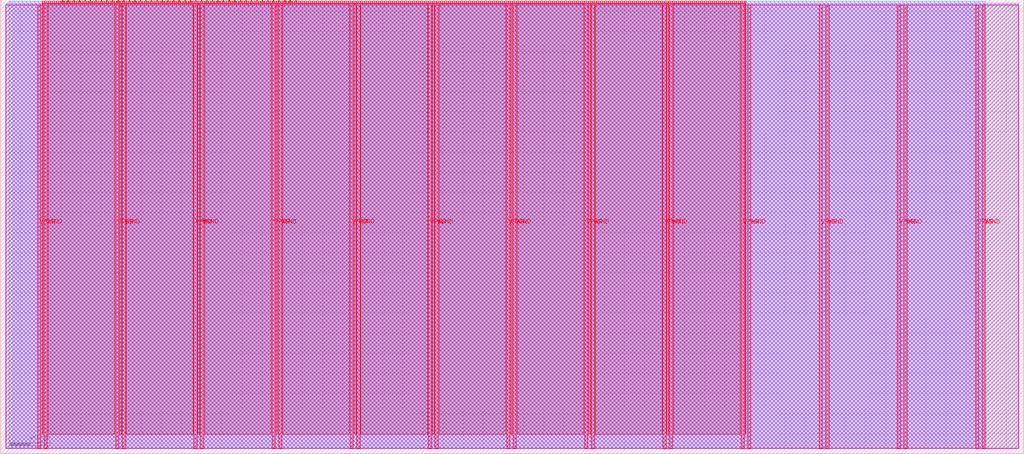
<source format=lef>
VERSION 5.7 ;
  NOWIREEXTENSIONATPIN ON ;
  DIVIDERCHAR "/" ;
  BUSBITCHARS "[]" ;
MACRO tt_um_MichaelBell_tinyQV
  CLASS BLOCK ;
  FOREIGN tt_um_MichaelBell_tinyQV ;
  ORIGIN 0.000 0.000 ;
  SIZE 508.760 BY 225.760 ;
  PIN VGND
    DIRECTION INOUT ;
    USE GROUND ;
    PORT
      LAYER met4 ;
        RECT 21.580 2.480 23.180 223.280 ;
    END
    PORT
      LAYER met4 ;
        RECT 60.450 2.480 62.050 223.280 ;
    END
    PORT
      LAYER met4 ;
        RECT 99.320 2.480 100.920 223.280 ;
    END
    PORT
      LAYER met4 ;
        RECT 138.190 2.480 139.790 223.280 ;
    END
    PORT
      LAYER met4 ;
        RECT 177.060 2.480 178.660 223.280 ;
    END
    PORT
      LAYER met4 ;
        RECT 215.930 2.480 217.530 223.280 ;
    END
    PORT
      LAYER met4 ;
        RECT 254.800 2.480 256.400 223.280 ;
    END
    PORT
      LAYER met4 ;
        RECT 293.670 2.480 295.270 223.280 ;
    END
    PORT
      LAYER met4 ;
        RECT 332.540 2.480 334.140 223.280 ;
    END
    PORT
      LAYER met4 ;
        RECT 371.410 2.480 373.010 223.280 ;
    END
    PORT
      LAYER met4 ;
        RECT 410.280 2.480 411.880 223.280 ;
    END
    PORT
      LAYER met4 ;
        RECT 449.150 2.480 450.750 223.280 ;
    END
    PORT
      LAYER met4 ;
        RECT 488.020 2.480 489.620 223.280 ;
    END
  END VGND
  PIN VPWR
    DIRECTION INOUT ;
    USE POWER ;
    PORT
      LAYER met4 ;
        RECT 18.280 2.480 19.880 223.280 ;
    END
    PORT
      LAYER met4 ;
        RECT 57.150 2.480 58.750 223.280 ;
    END
    PORT
      LAYER met4 ;
        RECT 96.020 2.480 97.620 223.280 ;
    END
    PORT
      LAYER met4 ;
        RECT 134.890 2.480 136.490 223.280 ;
    END
    PORT
      LAYER met4 ;
        RECT 173.760 2.480 175.360 223.280 ;
    END
    PORT
      LAYER met4 ;
        RECT 212.630 2.480 214.230 223.280 ;
    END
    PORT
      LAYER met4 ;
        RECT 251.500 2.480 253.100 223.280 ;
    END
    PORT
      LAYER met4 ;
        RECT 290.370 2.480 291.970 223.280 ;
    END
    PORT
      LAYER met4 ;
        RECT 329.240 2.480 330.840 223.280 ;
    END
    PORT
      LAYER met4 ;
        RECT 368.110 2.480 369.710 223.280 ;
    END
    PORT
      LAYER met4 ;
        RECT 406.980 2.480 408.580 223.280 ;
    END
    PORT
      LAYER met4 ;
        RECT 445.850 2.480 447.450 223.280 ;
    END
    PORT
      LAYER met4 ;
        RECT 484.720 2.480 486.320 223.280 ;
    END
  END VPWR
  PIN clk
    DIRECTION INPUT ;
    USE SIGNAL ;
    ANTENNAGATEAREA 1.286700 ;
    ANTENNADIFFAREA 0.434700 ;
    PORT
      LAYER met4 ;
        RECT 143.830 224.760 144.130 225.760 ;
    END
  END clk
  PIN ena
    DIRECTION INPUT ;
    USE SIGNAL ;
    PORT
      LAYER met4 ;
        RECT 146.590 224.760 146.890 225.760 ;
    END
  END ena
  PIN rst_n
    DIRECTION INPUT ;
    USE SIGNAL ;
    ANTENNAGATEAREA 0.647700 ;
    ANTENNADIFFAREA 0.434700 ;
    PORT
      LAYER met4 ;
        RECT 141.070 224.760 141.370 225.760 ;
    END
  END rst_n
  PIN ui_in[0]
    DIRECTION INPUT ;
    USE SIGNAL ;
    ANTENNAGATEAREA 0.631200 ;
    ANTENNADIFFAREA 0.434700 ;
    PORT
      LAYER met4 ;
        RECT 138.310 224.760 138.610 225.760 ;
    END
  END ui_in[0]
  PIN ui_in[1]
    DIRECTION INPUT ;
    USE SIGNAL ;
    ANTENNAGATEAREA 0.631200 ;
    ANTENNADIFFAREA 0.434700 ;
    PORT
      LAYER met4 ;
        RECT 135.550 224.760 135.850 225.760 ;
    END
  END ui_in[1]
  PIN ui_in[2]
    DIRECTION INPUT ;
    USE SIGNAL ;
    ANTENNAGATEAREA 0.631200 ;
    ANTENNADIFFAREA 0.434700 ;
    PORT
      LAYER met4 ;
        RECT 132.790 224.760 133.090 225.760 ;
    END
  END ui_in[2]
  PIN ui_in[3]
    DIRECTION INPUT ;
    USE SIGNAL ;
    ANTENNAGATEAREA 0.593700 ;
    ANTENNADIFFAREA 0.434700 ;
    PORT
      LAYER met4 ;
        RECT 130.030 224.760 130.330 225.760 ;
    END
  END ui_in[3]
  PIN ui_in[4]
    DIRECTION INPUT ;
    USE SIGNAL ;
    ANTENNAGATEAREA 0.647700 ;
    ANTENNADIFFAREA 0.434700 ;
    PORT
      LAYER met4 ;
        RECT 127.270 224.760 127.570 225.760 ;
    END
  END ui_in[4]
  PIN ui_in[5]
    DIRECTION INPUT ;
    USE SIGNAL ;
    ANTENNAGATEAREA 0.593700 ;
    ANTENNADIFFAREA 0.434700 ;
    PORT
      LAYER met4 ;
        RECT 124.510 224.760 124.810 225.760 ;
    END
  END ui_in[5]
  PIN ui_in[6]
    DIRECTION INPUT ;
    USE SIGNAL ;
    ANTENNAGATEAREA 0.647700 ;
    ANTENNADIFFAREA 0.434700 ;
    PORT
      LAYER met4 ;
        RECT 121.750 224.760 122.050 225.760 ;
    END
  END ui_in[6]
  PIN ui_in[7]
    DIRECTION INPUT ;
    USE SIGNAL ;
    ANTENNAGATEAREA 0.631200 ;
    ANTENNADIFFAREA 0.434700 ;
    PORT
      LAYER met4 ;
        RECT 118.990 224.760 119.290 225.760 ;
    END
  END ui_in[7]
  PIN uio_in[0]
    DIRECTION INPUT ;
    USE SIGNAL ;
    PORT
      LAYER met4 ;
        RECT 116.230 224.760 116.530 225.760 ;
    END
  END uio_in[0]
  PIN uio_in[1]
    DIRECTION INPUT ;
    USE SIGNAL ;
    ANTENNAGATEAREA 0.647700 ;
    ANTENNADIFFAREA 0.434700 ;
    PORT
      LAYER met4 ;
        RECT 113.470 224.760 113.770 225.760 ;
    END
  END uio_in[1]
  PIN uio_in[2]
    DIRECTION INPUT ;
    USE SIGNAL ;
    ANTENNAGATEAREA 0.647700 ;
    ANTENNADIFFAREA 0.434700 ;
    PORT
      LAYER met4 ;
        RECT 110.710 224.760 111.010 225.760 ;
    END
  END uio_in[2]
  PIN uio_in[3]
    DIRECTION INPUT ;
    USE SIGNAL ;
    PORT
      LAYER met4 ;
        RECT 107.950 224.760 108.250 225.760 ;
    END
  END uio_in[3]
  PIN uio_in[4]
    DIRECTION INPUT ;
    USE SIGNAL ;
    ANTENNAGATEAREA 0.560700 ;
    ANTENNADIFFAREA 0.434700 ;
    PORT
      LAYER met4 ;
        RECT 105.190 224.760 105.490 225.760 ;
    END
  END uio_in[4]
  PIN uio_in[5]
    DIRECTION INPUT ;
    USE SIGNAL ;
    ANTENNAGATEAREA 0.560700 ;
    ANTENNADIFFAREA 0.434700 ;
    PORT
      LAYER met4 ;
        RECT 102.430 224.760 102.730 225.760 ;
    END
  END uio_in[5]
  PIN uio_in[6]
    DIRECTION INPUT ;
    USE SIGNAL ;
    PORT
      LAYER met4 ;
        RECT 99.670 224.760 99.970 225.760 ;
    END
  END uio_in[6]
  PIN uio_in[7]
    DIRECTION INPUT ;
    USE SIGNAL ;
    PORT
      LAYER met4 ;
        RECT 96.910 224.760 97.210 225.760 ;
    END
  END uio_in[7]
  PIN uio_oe[0]
    DIRECTION OUTPUT ;
    USE SIGNAL ;
    ANTENNADIFFAREA 0.445500 ;
    PORT
      LAYER met4 ;
        RECT 49.990 224.760 50.290 225.760 ;
    END
  END uio_oe[0]
  PIN uio_oe[1]
    DIRECTION OUTPUT ;
    USE SIGNAL ;
    ANTENNADIFFAREA 0.445500 ;
    PORT
      LAYER met4 ;
        RECT 47.230 224.760 47.530 225.760 ;
    END
  END uio_oe[1]
  PIN uio_oe[2]
    DIRECTION OUTPUT ;
    USE SIGNAL ;
    ANTENNADIFFAREA 0.445500 ;
    PORT
      LAYER met4 ;
        RECT 44.470 224.760 44.770 225.760 ;
    END
  END uio_oe[2]
  PIN uio_oe[3]
    DIRECTION OUTPUT ;
    USE SIGNAL ;
    ANTENNADIFFAREA 0.445500 ;
    PORT
      LAYER met4 ;
        RECT 41.710 224.760 42.010 225.760 ;
    END
  END uio_oe[3]
  PIN uio_oe[4]
    DIRECTION OUTPUT ;
    USE SIGNAL ;
    ANTENNADIFFAREA 0.445500 ;
    PORT
      LAYER met4 ;
        RECT 38.950 224.760 39.250 225.760 ;
    END
  END uio_oe[4]
  PIN uio_oe[5]
    DIRECTION OUTPUT ;
    USE SIGNAL ;
    ANTENNAGATEAREA 0.477000 ;
    ANTENNADIFFAREA 0.924000 ;
    PORT
      LAYER met4 ;
        RECT 36.190 224.760 36.490 225.760 ;
    END
  END uio_oe[5]
  PIN uio_oe[6]
    DIRECTION OUTPUT ;
    USE SIGNAL ;
    ANTENNADIFFAREA 0.445500 ;
    PORT
      LAYER met4 ;
        RECT 33.430 224.760 33.730 225.760 ;
    END
  END uio_oe[6]
  PIN uio_oe[7]
    DIRECTION OUTPUT ;
    USE SIGNAL ;
    ANTENNADIFFAREA 0.445500 ;
    PORT
      LAYER met4 ;
        RECT 30.670 224.760 30.970 225.760 ;
    END
  END uio_oe[7]
  PIN uio_out[0]
    DIRECTION OUTPUT ;
    USE SIGNAL ;
    ANTENNAGATEAREA 0.621000 ;
    ANTENNADIFFAREA 0.891000 ;
    PORT
      LAYER met4 ;
        RECT 72.070 224.760 72.370 225.760 ;
    END
  END uio_out[0]
  PIN uio_out[1]
    DIRECTION OUTPUT ;
    USE SIGNAL ;
    ANTENNADIFFAREA 0.891000 ;
    PORT
      LAYER met4 ;
        RECT 69.310 224.760 69.610 225.760 ;
    END
  END uio_out[1]
  PIN uio_out[2]
    DIRECTION OUTPUT ;
    USE SIGNAL ;
    ANTENNADIFFAREA 0.933750 ;
    PORT
      LAYER met4 ;
        RECT 66.550 224.760 66.850 225.760 ;
    END
  END uio_out[2]
  PIN uio_out[3]
    DIRECTION OUTPUT ;
    USE SIGNAL ;
    ANTENNAGATEAREA 1.737000 ;
    ANTENNADIFFAREA 0.891000 ;
    PORT
      LAYER met4 ;
        RECT 63.790 224.760 64.090 225.760 ;
    END
  END uio_out[3]
  PIN uio_out[4]
    DIRECTION OUTPUT ;
    USE SIGNAL ;
    ANTENNADIFFAREA 0.891000 ;
    PORT
      LAYER met4 ;
        RECT 61.030 224.760 61.330 225.760 ;
    END
  END uio_out[4]
  PIN uio_out[5]
    DIRECTION OUTPUT ;
    USE SIGNAL ;
    ANTENNADIFFAREA 0.891000 ;
    PORT
      LAYER met4 ;
        RECT 58.270 224.760 58.570 225.760 ;
    END
  END uio_out[5]
  PIN uio_out[6]
    DIRECTION OUTPUT ;
    USE SIGNAL ;
    ANTENNAGATEAREA 0.373500 ;
    ANTENNADIFFAREA 0.891000 ;
    PORT
      LAYER met4 ;
        RECT 55.510 224.760 55.810 225.760 ;
    END
  END uio_out[6]
  PIN uio_out[7]
    DIRECTION OUTPUT ;
    USE SIGNAL ;
    ANTENNADIFFAREA 0.891000 ;
    PORT
      LAYER met4 ;
        RECT 52.750 224.760 53.050 225.760 ;
    END
  END uio_out[7]
  PIN uo_out[0]
    DIRECTION OUTPUT ;
    USE SIGNAL ;
    ANTENNAGATEAREA 0.247500 ;
    ANTENNADIFFAREA 0.891000 ;
    PORT
      LAYER met4 ;
        RECT 94.150 224.760 94.450 225.760 ;
    END
  END uo_out[0]
  PIN uo_out[1]
    DIRECTION OUTPUT ;
    USE SIGNAL ;
    ANTENNAGATEAREA 0.247500 ;
    ANTENNADIFFAREA 0.891000 ;
    PORT
      LAYER met4 ;
        RECT 91.390 224.760 91.690 225.760 ;
    END
  END uo_out[1]
  PIN uo_out[2]
    DIRECTION OUTPUT ;
    USE SIGNAL ;
    ANTENNAGATEAREA 0.247500 ;
    ANTENNADIFFAREA 0.891000 ;
    PORT
      LAYER met4 ;
        RECT 88.630 224.760 88.930 225.760 ;
    END
  END uo_out[2]
  PIN uo_out[3]
    DIRECTION OUTPUT ;
    USE SIGNAL ;
    ANTENNAGATEAREA 0.247500 ;
    ANTENNADIFFAREA 0.891000 ;
    PORT
      LAYER met4 ;
        RECT 85.870 224.760 86.170 225.760 ;
    END
  END uo_out[3]
  PIN uo_out[4]
    DIRECTION OUTPUT ;
    USE SIGNAL ;
    ANTENNAGATEAREA 0.247500 ;
    ANTENNADIFFAREA 0.891000 ;
    PORT
      LAYER met4 ;
        RECT 83.110 224.760 83.410 225.760 ;
    END
  END uo_out[4]
  PIN uo_out[5]
    DIRECTION OUTPUT ;
    USE SIGNAL ;
    ANTENNAGATEAREA 0.247500 ;
    ANTENNADIFFAREA 0.891000 ;
    PORT
      LAYER met4 ;
        RECT 80.350 224.760 80.650 225.760 ;
    END
  END uo_out[5]
  PIN uo_out[6]
    DIRECTION OUTPUT ;
    USE SIGNAL ;
    ANTENNAGATEAREA 0.247500 ;
    ANTENNADIFFAREA 0.891000 ;
    PORT
      LAYER met4 ;
        RECT 77.590 224.760 77.890 225.760 ;
    END
  END uo_out[6]
  PIN uo_out[7]
    DIRECTION OUTPUT ;
    USE SIGNAL ;
    ANTENNAGATEAREA 0.247500 ;
    ANTENNADIFFAREA 0.891000 ;
    PORT
      LAYER met4 ;
        RECT 74.830 224.760 75.130 225.760 ;
    END
  END uo_out[7]
  OBS
      LAYER nwell ;
        RECT 2.570 2.635 506.190 223.230 ;
      LAYER li1 ;
        RECT 2.760 2.635 506.000 223.125 ;
      LAYER met1 ;
        RECT 2.760 2.480 506.000 224.020 ;
      LAYER met2 ;
        RECT 4.240 2.535 489.590 224.925 ;
      LAYER met3 ;
        RECT 6.045 2.555 489.610 224.905 ;
      LAYER met4 ;
        RECT 20.535 224.360 30.270 224.905 ;
        RECT 31.370 224.360 33.030 224.905 ;
        RECT 34.130 224.360 35.790 224.905 ;
        RECT 36.890 224.360 38.550 224.905 ;
        RECT 39.650 224.360 41.310 224.905 ;
        RECT 42.410 224.360 44.070 224.905 ;
        RECT 45.170 224.360 46.830 224.905 ;
        RECT 47.930 224.360 49.590 224.905 ;
        RECT 50.690 224.360 52.350 224.905 ;
        RECT 53.450 224.360 55.110 224.905 ;
        RECT 56.210 224.360 57.870 224.905 ;
        RECT 58.970 224.360 60.630 224.905 ;
        RECT 61.730 224.360 63.390 224.905 ;
        RECT 64.490 224.360 66.150 224.905 ;
        RECT 67.250 224.360 68.910 224.905 ;
        RECT 70.010 224.360 71.670 224.905 ;
        RECT 72.770 224.360 74.430 224.905 ;
        RECT 75.530 224.360 77.190 224.905 ;
        RECT 78.290 224.360 79.950 224.905 ;
        RECT 81.050 224.360 82.710 224.905 ;
        RECT 83.810 224.360 85.470 224.905 ;
        RECT 86.570 224.360 88.230 224.905 ;
        RECT 89.330 224.360 90.990 224.905 ;
        RECT 92.090 224.360 93.750 224.905 ;
        RECT 94.850 224.360 96.510 224.905 ;
        RECT 97.610 224.360 99.270 224.905 ;
        RECT 100.370 224.360 102.030 224.905 ;
        RECT 103.130 224.360 104.790 224.905 ;
        RECT 105.890 224.360 107.550 224.905 ;
        RECT 108.650 224.360 110.310 224.905 ;
        RECT 111.410 224.360 113.070 224.905 ;
        RECT 114.170 224.360 115.830 224.905 ;
        RECT 116.930 224.360 118.590 224.905 ;
        RECT 119.690 224.360 121.350 224.905 ;
        RECT 122.450 224.360 124.110 224.905 ;
        RECT 125.210 224.360 126.870 224.905 ;
        RECT 127.970 224.360 129.630 224.905 ;
        RECT 130.730 224.360 132.390 224.905 ;
        RECT 133.490 224.360 135.150 224.905 ;
        RECT 136.250 224.360 137.910 224.905 ;
        RECT 139.010 224.360 140.670 224.905 ;
        RECT 141.770 224.360 143.430 224.905 ;
        RECT 144.530 224.360 146.190 224.905 ;
        RECT 147.290 224.360 370.465 224.905 ;
        RECT 20.535 223.680 370.465 224.360 ;
        RECT 20.535 9.695 21.180 223.680 ;
        RECT 23.580 9.695 56.750 223.680 ;
        RECT 59.150 9.695 60.050 223.680 ;
        RECT 62.450 9.695 95.620 223.680 ;
        RECT 98.020 9.695 98.920 223.680 ;
        RECT 101.320 9.695 134.490 223.680 ;
        RECT 136.890 9.695 137.790 223.680 ;
        RECT 140.190 9.695 173.360 223.680 ;
        RECT 175.760 9.695 176.660 223.680 ;
        RECT 179.060 9.695 212.230 223.680 ;
        RECT 214.630 9.695 215.530 223.680 ;
        RECT 217.930 9.695 251.100 223.680 ;
        RECT 253.500 9.695 254.400 223.680 ;
        RECT 256.800 9.695 289.970 223.680 ;
        RECT 292.370 9.695 293.270 223.680 ;
        RECT 295.670 9.695 328.840 223.680 ;
        RECT 331.240 9.695 332.140 223.680 ;
        RECT 334.540 9.695 367.710 223.680 ;
        RECT 370.110 9.695 370.465 223.680 ;
  END
END tt_um_MichaelBell_tinyQV
END LIBRARY


</source>
